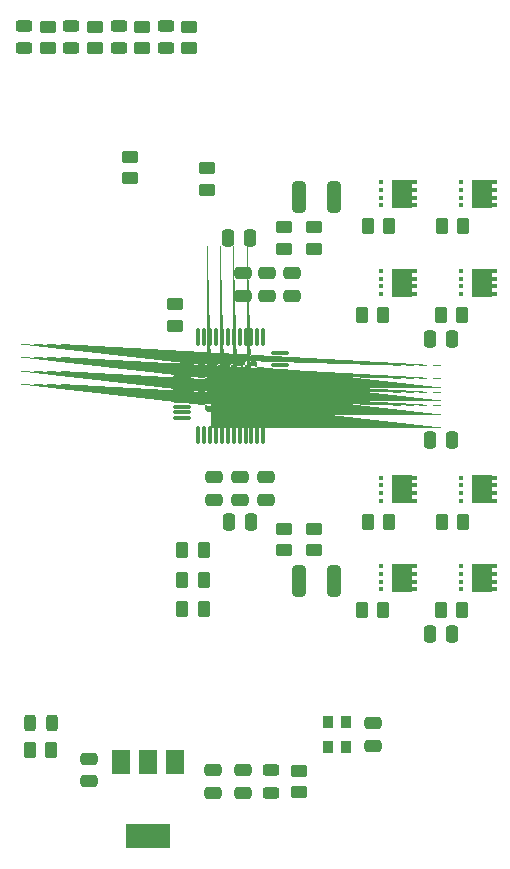
<source format=gtp>
%TF.GenerationSoftware,KiCad,Pcbnew,(6.0.5)*%
%TF.CreationDate,2024-12-30T17:36:42+01:00*%
%TF.ProjectId,TMC5160_Dev,544d4335-3136-4305-9f44-65762e6b6963,rev?*%
%TF.SameCoordinates,Original*%
%TF.FileFunction,Paste,Top*%
%TF.FilePolarity,Positive*%
%FSLAX46Y46*%
G04 Gerber Fmt 4.6, Leading zero omitted, Abs format (unit mm)*
G04 Created by KiCad (PCBNEW (6.0.5)) date 2024-12-30 17:36:42*
%MOMM*%
%LPD*%
G01*
G04 APERTURE LIST*
G04 Aperture macros list*
%AMRoundRect*
0 Rectangle with rounded corners*
0 $1 Rounding radius*
0 $2 $3 $4 $5 $6 $7 $8 $9 X,Y pos of 4 corners*
0 Add a 4 corners polygon primitive as box body*
4,1,4,$2,$3,$4,$5,$6,$7,$8,$9,$2,$3,0*
0 Add four circle primitives for the rounded corners*
1,1,$1+$1,$2,$3*
1,1,$1+$1,$4,$5*
1,1,$1+$1,$6,$7*
1,1,$1+$1,$8,$9*
0 Add four rect primitives between the rounded corners*
20,1,$1+$1,$2,$3,$4,$5,0*
20,1,$1+$1,$4,$5,$6,$7,0*
20,1,$1+$1,$6,$7,$8,$9,0*
20,1,$1+$1,$8,$9,$2,$3,0*%
%AMFreePoly0*
4,1,57,0.310398,0.500898,0.314705,0.501203,0.317021,0.499938,0.323018,0.499068,0.347252,0.483421,0.372568,0.469589,0.469589,0.372568,0.482067,0.355857,0.485330,0.353026,0.486073,0.350492,0.489698,0.345638,0.495769,0.317441,0.503891,0.289756,0.503891,-0.289756,0.500898,-0.310398,0.501203,-0.314705,0.499938,-0.317021,0.499068,-0.323018,0.483421,-0.347252,0.469589,-0.372568,
0.372568,-0.469589,0.355856,-0.482069,0.353026,-0.485330,0.350494,-0.486073,0.345638,-0.489699,0.317434,-0.495771,0.289756,-0.503891,-0.289756,-0.503891,-0.310398,-0.500898,-0.314705,-0.501203,-0.317021,-0.499938,-0.323018,-0.499068,-0.347252,-0.483421,-0.372568,-0.469589,-0.469589,-0.372568,-0.482069,-0.355856,-0.485330,-0.353026,-0.486073,-0.350494,-0.489699,-0.345638,-0.495771,-0.317434,
-0.503891,-0.289756,-0.503891,0.289756,-0.500898,0.310398,-0.501203,0.314705,-0.499938,0.317021,-0.499068,0.323018,-0.483421,0.347252,-0.469589,0.372568,-0.372568,0.469589,-0.355857,0.482067,-0.353026,0.485330,-0.350492,0.486073,-0.345638,0.489698,-0.317441,0.495769,-0.289756,0.503891,0.289756,0.503891,0.310398,0.500898,0.310398,0.500898,$1*%
G04 Aperture macros list end*
%ADD10RoundRect,0.243750X0.456250X-0.243750X0.456250X0.243750X-0.456250X0.243750X-0.456250X-0.243750X0*%
%ADD11RoundRect,0.250000X-0.475000X0.250000X-0.475000X-0.250000X0.475000X-0.250000X0.475000X0.250000X0*%
%ADD12R,0.400000X0.300000*%
%ADD13R,0.600000X0.300000*%
%ADD14R,1.740000X2.450000*%
%ADD15RoundRect,0.250000X0.475000X-0.250000X0.475000X0.250000X-0.475000X0.250000X-0.475000X-0.250000X0*%
%ADD16RoundRect,0.250000X0.250000X0.475000X-0.250000X0.475000X-0.250000X-0.475000X0.250000X-0.475000X0*%
%ADD17RoundRect,0.250000X-0.262500X-0.450000X0.262500X-0.450000X0.262500X0.450000X-0.262500X0.450000X0*%
%ADD18RoundRect,0.250000X0.262500X0.450000X-0.262500X0.450000X-0.262500X-0.450000X0.262500X-0.450000X0*%
%ADD19RoundRect,0.250000X0.450000X-0.262500X0.450000X0.262500X-0.450000X0.262500X-0.450000X-0.262500X0*%
%ADD20RoundRect,0.250000X0.312500X1.075000X-0.312500X1.075000X-0.312500X-1.075000X0.312500X-1.075000X0*%
%ADD21RoundRect,0.243750X-0.243750X-0.456250X0.243750X-0.456250X0.243750X0.456250X-0.243750X0.456250X0*%
%ADD22FreePoly0,270.000000*%
%ADD23RoundRect,0.075000X-0.075000X0.662500X-0.075000X-0.662500X0.075000X-0.662500X0.075000X0.662500X0*%
%ADD24RoundRect,0.075000X-0.662500X0.075000X-0.662500X-0.075000X0.662500X-0.075000X0.662500X0.075000X0*%
%ADD25RoundRect,0.250000X-0.250000X-0.475000X0.250000X-0.475000X0.250000X0.475000X-0.250000X0.475000X0*%
%ADD26R,1.500000X2.000000*%
%ADD27R,3.800000X2.000000*%
%ADD28RoundRect,0.250000X-0.450000X0.262500X-0.450000X-0.262500X0.450000X-0.262500X0.450000X0.262500X0*%
%ADD29RoundRect,0.243750X-0.456250X0.243750X-0.456250X-0.243750X0.456250X-0.243750X0.456250X0.243750X0*%
%ADD30R,0.900000X1.000000*%
G04 APERTURE END LIST*
D10*
%TO.C,D3*%
X138000000Y-76925000D03*
X138000000Y-75050000D03*
%TD*%
D11*
%TO.C,C6*%
X144300000Y-113250000D03*
X144300000Y-115150000D03*
%TD*%
D12*
%TO.C,Q7*%
X162990000Y-96425000D03*
X162990000Y-95775000D03*
X162990000Y-97075000D03*
X162990000Y-97725000D03*
D13*
X165790000Y-95775000D03*
X165790000Y-97725000D03*
X165790000Y-97075000D03*
X165790000Y-96425000D03*
D14*
X164750000Y-96750000D03*
%TD*%
D15*
%TO.C,C3*%
X144500000Y-139950000D03*
X144500000Y-138050000D03*
%TD*%
D16*
%TO.C,C16*%
X145150000Y-93000000D03*
X143250000Y-93000000D03*
%TD*%
D17*
%TO.C,R21*%
X139387500Y-121900000D03*
X141212500Y-121900000D03*
%TD*%
D12*
%TO.C,Q2*%
X156240000Y-114575000D03*
X156240000Y-113925000D03*
X156240000Y-113275000D03*
X156240000Y-115225000D03*
D13*
X159040000Y-113275000D03*
X159040000Y-114575000D03*
D14*
X158000000Y-114250000D03*
D13*
X159040000Y-115225000D03*
X159040000Y-113925000D03*
%TD*%
D18*
%TO.C,R15*%
X156412500Y-124500000D03*
X154587500Y-124500000D03*
%TD*%
D12*
%TO.C,Q5*%
X162990000Y-121425000D03*
X162990000Y-122075000D03*
X162990000Y-120775000D03*
X162990000Y-122725000D03*
D13*
X165790000Y-120775000D03*
X165790000Y-121425000D03*
X165790000Y-122075000D03*
X165790000Y-122725000D03*
D14*
X164750000Y-121750000D03*
%TD*%
D11*
%TO.C,C1*%
X131500000Y-137050000D03*
X131500000Y-138950000D03*
%TD*%
D17*
%TO.C,R6*%
X161337500Y-92000000D03*
X163162500Y-92000000D03*
%TD*%
D12*
%TO.C,Q8*%
X156240000Y-95775000D03*
X156240000Y-97075000D03*
X156240000Y-96425000D03*
X156240000Y-97725000D03*
D13*
X159040000Y-95775000D03*
D14*
X158000000Y-96750000D03*
D13*
X159040000Y-97075000D03*
X159040000Y-97725000D03*
X159040000Y-96425000D03*
%TD*%
D16*
%TO.C,C17*%
X145250000Y-117000000D03*
X143350000Y-117000000D03*
%TD*%
D18*
%TO.C,R17*%
X156412500Y-99500000D03*
X154587500Y-99500000D03*
%TD*%
D19*
%TO.C,R19*%
X141500000Y-88912500D03*
X141500000Y-87087500D03*
%TD*%
D20*
%TO.C,R12*%
X152212500Y-122000000D03*
X149287500Y-122000000D03*
%TD*%
D17*
%TO.C,R20*%
X139387500Y-124400000D03*
X141212500Y-124400000D03*
%TD*%
D15*
%TO.C,C12*%
X148700000Y-97850000D03*
X148700000Y-95950000D03*
%TD*%
D21*
%TO.C,D2*%
X126462500Y-134000000D03*
X128337500Y-134000000D03*
%TD*%
D15*
%TO.C,C5*%
X146500000Y-115150000D03*
X146500000Y-113250000D03*
%TD*%
D10*
%TO.C,D4*%
X134000000Y-76925000D03*
X134000000Y-75050000D03*
%TD*%
D15*
%TO.C,C9*%
X142100000Y-115150000D03*
X142100000Y-113250000D03*
%TD*%
D22*
%TO.C,U1*%
X142937500Y-107187500D03*
X141812500Y-104937500D03*
X141812500Y-103812500D03*
X145187500Y-103812500D03*
X144062500Y-103812500D03*
X144062500Y-107187500D03*
X141812500Y-107187500D03*
X142937500Y-103812500D03*
X142937500Y-106062500D03*
X145187500Y-107187500D03*
X141812500Y-106062500D03*
X144062500Y-106062500D03*
X145187500Y-104937500D03*
X144062500Y-104937500D03*
X145187500Y-106062500D03*
X142937500Y-104937500D03*
D23*
X146250000Y-101337500D03*
X145750000Y-101337500D03*
X145250000Y-101337500D03*
X144750000Y-101337500D03*
X144250000Y-101337500D03*
X143750000Y-101337500D03*
X143250000Y-101337500D03*
X142750000Y-101337500D03*
X142250000Y-101337500D03*
X141750000Y-101337500D03*
X141250000Y-101337500D03*
X140750000Y-101337500D03*
D24*
X139337500Y-102750000D03*
X139337500Y-103250000D03*
X139337500Y-103750000D03*
X139337500Y-104250000D03*
X139337500Y-104750000D03*
X139337500Y-105250000D03*
X139337500Y-105750000D03*
X139337500Y-106250000D03*
X139337500Y-106750000D03*
X139337500Y-107250000D03*
X139337500Y-107750000D03*
X139337500Y-108250000D03*
D23*
X140750000Y-109662500D03*
X141250000Y-109662500D03*
X141750000Y-109662500D03*
X142250000Y-109662500D03*
X142750000Y-109662500D03*
X143250000Y-109662500D03*
X143750000Y-109662500D03*
X144250000Y-109662500D03*
X144750000Y-109662500D03*
X145250000Y-109662500D03*
X145750000Y-109662500D03*
X146250000Y-109662500D03*
D24*
X147662500Y-108250000D03*
X147662500Y-107750000D03*
X147662500Y-107250000D03*
X147662500Y-106750000D03*
X147662500Y-106250000D03*
X147662500Y-105750000D03*
X147662500Y-105250000D03*
X147662500Y-104750000D03*
X147662500Y-104250000D03*
X147662500Y-103750000D03*
X147662500Y-103250000D03*
X147662500Y-102750000D03*
%TD*%
D17*
%TO.C,R22*%
X139387500Y-119400000D03*
X141212500Y-119400000D03*
%TD*%
D10*
%TO.C,D6*%
X126000000Y-75050000D03*
X126000000Y-76925000D03*
%TD*%
D19*
%TO.C,R10*%
X150500000Y-93912500D03*
X150500000Y-92087500D03*
%TD*%
D12*
%TO.C,Q1*%
X162990000Y-113925000D03*
X162990000Y-113275000D03*
X162990000Y-114575000D03*
X162990000Y-115225000D03*
D13*
X165790000Y-113275000D03*
X165790000Y-114575000D03*
D14*
X164750000Y-114250000D03*
D13*
X165790000Y-115225000D03*
X165790000Y-113925000D03*
%TD*%
D11*
%TO.C,C7*%
X146600000Y-95950000D03*
X146600000Y-97850000D03*
%TD*%
D18*
%TO.C,R14*%
X163112500Y-124500000D03*
X161287500Y-124500000D03*
%TD*%
D12*
%TO.C,Q4*%
X156240000Y-88925000D03*
X156240000Y-89575000D03*
X156240000Y-88275000D03*
X156240000Y-90225000D03*
D13*
X159040000Y-88275000D03*
X159040000Y-89575000D03*
X159040000Y-90225000D03*
D14*
X158000000Y-89250000D03*
D13*
X159040000Y-88925000D03*
%TD*%
D25*
%TO.C,C10*%
X160350000Y-110100000D03*
X162250000Y-110100000D03*
%TD*%
D19*
%TO.C,R24*%
X136000000Y-76900000D03*
X136000000Y-75075000D03*
%TD*%
%TO.C,R3*%
X138800000Y-100412500D03*
X138800000Y-98587500D03*
%TD*%
%TO.C,R25*%
X132000000Y-76900000D03*
X132000000Y-75075000D03*
%TD*%
D26*
%TO.C,U2*%
X138800000Y-137350000D03*
X136500000Y-137350000D03*
D27*
X136500000Y-143650000D03*
D26*
X134200000Y-137350000D03*
%TD*%
D12*
%TO.C,Q6*%
X156240000Y-121425000D03*
X156240000Y-122075000D03*
X156240000Y-120775000D03*
X156240000Y-122725000D03*
D14*
X158000000Y-121750000D03*
D13*
X159040000Y-121425000D03*
X159040000Y-122075000D03*
X159040000Y-122725000D03*
X159040000Y-120775000D03*
%TD*%
D17*
%TO.C,R7*%
X155087500Y-92000000D03*
X156912500Y-92000000D03*
%TD*%
D11*
%TO.C,C4*%
X155500000Y-134050000D03*
X155500000Y-135950000D03*
%TD*%
D15*
%TO.C,C2*%
X142000000Y-139950000D03*
X142000000Y-138050000D03*
%TD*%
D28*
%TO.C,R1*%
X149300000Y-138087500D03*
X149300000Y-139912500D03*
%TD*%
D18*
%TO.C,R2*%
X128312500Y-136300000D03*
X126487500Y-136300000D03*
%TD*%
D11*
%TO.C,C8*%
X144500000Y-95950000D03*
X144500000Y-97850000D03*
%TD*%
D25*
%TO.C,C11*%
X160350000Y-126500000D03*
X162250000Y-126500000D03*
%TD*%
D12*
%TO.C,Q3*%
X162990000Y-89575000D03*
X162990000Y-88275000D03*
X162990000Y-88925000D03*
X162990000Y-90225000D03*
D13*
X165790000Y-88275000D03*
D14*
X164750000Y-89250000D03*
D13*
X165790000Y-90225000D03*
X165790000Y-89575000D03*
X165790000Y-88925000D03*
%TD*%
D17*
%TO.C,R5*%
X155087500Y-117000000D03*
X156912500Y-117000000D03*
%TD*%
D25*
%TO.C,C13*%
X160350000Y-101500000D03*
X162250000Y-101500000D03*
%TD*%
D28*
%TO.C,R18*%
X135000000Y-86087500D03*
X135000000Y-87912500D03*
%TD*%
D29*
%TO.C,D1*%
X146900000Y-138062500D03*
X146900000Y-139937500D03*
%TD*%
D19*
%TO.C,R23*%
X140000000Y-76900000D03*
X140000000Y-75075000D03*
%TD*%
%TO.C,R11*%
X148000000Y-93912500D03*
X148000000Y-92087500D03*
%TD*%
D17*
%TO.C,R4*%
X161337500Y-117000000D03*
X163162500Y-117000000D03*
%TD*%
D18*
%TO.C,R16*%
X163112500Y-99500000D03*
X161287500Y-99500000D03*
%TD*%
D20*
%TO.C,R13*%
X152212500Y-89500000D03*
X149287500Y-89500000D03*
%TD*%
D10*
%TO.C,D5*%
X130000000Y-76925000D03*
X130000000Y-75050000D03*
%TD*%
D19*
%TO.C,R26*%
X128000000Y-76900000D03*
X128000000Y-75075000D03*
%TD*%
D30*
%TO.C,X1*%
X151725000Y-133925000D03*
X151725000Y-136075000D03*
X153275000Y-136075000D03*
X153275000Y-133925000D03*
%TD*%
D28*
%TO.C,R8*%
X150500000Y-117587500D03*
X150500000Y-119412500D03*
%TD*%
%TO.C,R9*%
X148000000Y-117587500D03*
X148000000Y-119412500D03*
%TD*%
M02*

</source>
